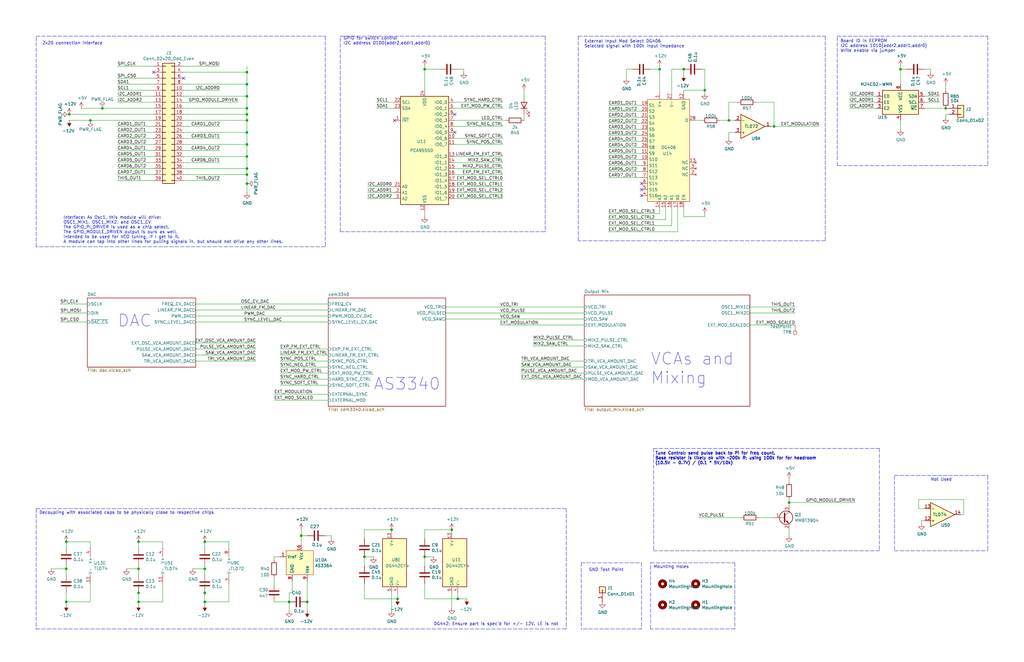
<source format=kicad_sch>
(kicad_sch (version 20230121) (generator eeschema)
  (paper "B")
  (title_block (title "Zoxnoxious 3340 Oscillator") (date "2024-06-20") (rev "0.7") (company "Zoxnoxious Engineering"))
  (junction (at 297.18 38.1))
  (junction (at 104.14 60.96))
  (junction (at 104.14 50.8))
  (junction (at 43.18 45.72))
  (junction (at 29.21 48.26))
  (junction (at 104.14 40.64))
  (junction (at 27.94 228.6))
  (junction (at 165.1 223.52))
  (junction (at 288.29 29.21))
  (junction (at 27.94 254))
  (junction (at 153.67 234.95))
  (junction (at 179.07 234.95))
  (junction (at 127 226.06))
  (junction (at 179.07 29.21))
  (junction (at 104.14 73.66))
  (junction (at 86.36 254))
  (junction (at 379.73 29.21))
  (junction (at 86.36 240.03))
  (junction (at 104.14 66.04))
  (junction (at 58.42 250.19))
  (junction (at 104.14 77.47))
  (junction (at 167.64 252.73))
  (junction (at 58.42 254))
  (junction (at 58.42 240.03))
  (junction (at 104.14 48.26))
  (junction (at 332.74 212.09))
  (junction (at 398.78 45.72))
  (junction (at 193.04 252.73))
  (junction (at 129.54 254))
  (junction (at 38.1 50.8))
  (junction (at 104.14 55.88))
  (junction (at 104.14 45.72))
  (junction (at 27.94 240.03))
  (junction (at 104.14 35.56))
  (junction (at 58.42 228.6))
  (junction (at 86.36 250.19))
  (junction (at 86.36 228.6))
  (junction (at 307.34 50.8))
  (junction (at 190.5 223.52))
  (junction (at 104.14 71.12))
  (junction (at 326.39 53.34))
  (junction (at 104.14 30.48))
  (junction (at 121.92 254))
  (junction (at 278.13 29.21))
  (no_connect (at 191.77 48.26))
  (no_connect (at 166.37 50.8))
  (no_connect (at 77.47 33.02))
  (no_connect (at 270.51 80.01))
  (no_connect (at 191.77 55.88))
  (no_connect (at 64.77 30.48))
  (no_connect (at 270.51 82.55))
  (no_connect (at 270.51 77.47))
  (wire (pts (xy 58.42 228.6) (xy 68.58 228.6)))
  (polyline (pts (xy 274.32 237.49) (xy 309.88 237.49)) (stroke (width 0) (type dash)))
  (wire (pts (xy 191.77 45.72) (xy 212.09 45.72)))
  (polyline (pts (xy 416.56 15.24) (xy 416.56 69.85)) (stroke (width 0) (type dash)))
  (wire (pts (xy 27.94 238.76) (xy 27.94 240.03)))
  (wire (pts (xy 138.43 149.86) (xy 118.11 149.86)))
  (polyline (pts (xy 275.59 232.41) (xy 370.84 232.41)) (stroke (width 0) (type dash)))
  (wire (pts (xy 64.77 68.58) (xy 49.53 68.58)))
  (wire (pts (xy 104.14 60.96) (xy 104.14 66.04)))
  (polyline (pts (xy 416.56 200.66) (xy 416.56 232.41)) (stroke (width 0) (type dash)))
  (wire (pts (xy 288.29 29.21) (xy 288.29 31.75)))
  (wire (pts (xy 38.1 254) (xy 27.94 254)))
  (polyline (pts (xy 353.06 69.85) (xy 353.06 15.24)) (stroke (width 0) (type dash)))
  (wire (pts (xy 389.89 29.21) (xy 392.43 29.21)))
  (wire (pts (xy 77.47 48.26) (xy 104.14 48.26)))
  (wire (pts (xy 64.77 50.8) (xy 38.1 50.8)))
  (wire (pts (xy 153.67 234.95) (xy 157.48 234.95)))
  (wire (pts (xy 264.16 29.21) (xy 266.7 29.21)))
  (wire (pts (xy 191.77 43.18) (xy 212.09 43.18)))
  (wire (pts (xy 92.71 58.42) (xy 77.47 58.42)))
  (wire (pts (xy 389.89 219.71) (xy 388.62 219.71)))
  (wire (pts (xy 115.57 243.84) (xy 115.57 246.38)))
  (wire (pts (xy 320.04 218.44) (xy 325.12 218.44)))
  (wire (pts (xy 379.73 50.8) (xy 379.73 54.61)))
  (polyline (pts (xy 377.19 200.66) (xy 377.19 232.41)) (stroke (width 0) (type dash)))
  (wire (pts (xy 49.53 60.96) (xy 64.77 60.96)))
  (wire (pts (xy 179.07 29.21) (xy 179.07 38.1)))
  (wire (pts (xy 49.53 76.2) (xy 64.77 76.2)))
  (wire (pts (xy 68.58 231.14) (xy 68.58 228.6)))
  (wire (pts (xy 392.43 30.48) (xy 392.43 29.21)))
  (wire (pts (xy 49.53 58.42) (xy 64.77 58.42)))
  (polyline (pts (xy 143.51 15.24) (xy 229.87 15.24)) (stroke (width 0) (type dash)))
  (wire (pts (xy 187.96 132.08) (xy 246.38 132.08)))
  (wire (pts (xy 220.98 48.26) (xy 220.98 50.8)))
  (wire (pts (xy 389.89 43.18) (xy 396.24 43.18)))
  (wire (pts (xy 153.67 223.52) (xy 165.1 223.52)))
  (wire (pts (xy 190.5 250.19) (xy 190.5 256.54)))
  (wire (pts (xy 77.47 40.64) (xy 104.14 40.64)))
  (polyline (pts (xy 377.19 200.66) (xy 416.56 200.66)) (stroke (width 0) (type dash)))
  (wire (pts (xy 82.55 128.27) (xy 138.43 128.27)))
  (wire (pts (xy 179.07 246.38) (xy 179.07 252.73)))
  (wire (pts (xy 256.54 62.23) (xy 270.51 62.23)))
  (wire (pts (xy 138.43 154.94) (xy 118.11 154.94)))
  (wire (pts (xy 191.77 71.12) (xy 212.09 71.12)))
  (wire (pts (xy 92.71 76.2) (xy 77.47 76.2)))
  (wire (pts (xy 256.54 95.25) (xy 283.21 95.25)))
  (wire (pts (xy 38.1 50.8) (xy 29.21 50.8)))
  (wire (pts (xy 288.29 91.44) (xy 297.18 91.44)))
  (wire (pts (xy 138.43 152.4) (xy 118.11 152.4)))
  (polyline (pts (xy 270.51 237.49) (xy 270.51 265.43)) (stroke (width 0) (type dash)))
  (wire (pts (xy 96.52 231.14) (xy 96.52 228.6)))
  (wire (pts (xy 58.42 254) (xy 58.42 250.19)))
  (wire (pts (xy 191.77 50.8) (xy 213.36 50.8)))
  (wire (pts (xy 139.7 226.06) (xy 139.7 227.33)))
  (wire (pts (xy 220.98 38.1) (xy 220.98 40.64)))
  (wire (pts (xy 127 226.06) (xy 129.54 226.06)))
  (polyline (pts (xy 15.24 104.14) (xy 15.24 15.24)) (stroke (width 0) (type dash)))
  (polyline (pts (xy 309.88 237.49) (xy 309.88 265.43)) (stroke (width 0) (type dash)))
  (polyline (pts (xy 245.11 237.49) (xy 270.51 237.49)) (stroke (width 0) (type dash)))
  (wire (pts (xy 283.21 29.21) (xy 288.29 29.21)))
  (wire (pts (xy 104.14 55.88) (xy 104.14 60.96)))
  (wire (pts (xy 58.42 240.03) (xy 53.34 240.03)))
  (wire (pts (xy 92.71 53.34) (xy 77.47 53.34)))
  (polyline (pts (xy 238.76 214.63) (xy 238.76 265.43)) (stroke (width 0) (type dash)))
  (wire (pts (xy 166.37 43.18) (xy 158.75 43.18)))
  (wire (pts (xy 179.07 234.95) (xy 182.88 234.95)))
  (wire (pts (xy 369.57 40.64) (xy 358.14 40.64)))
  (wire (pts (xy 246.38 160.02) (xy 219.71 160.02)))
  (wire (pts (xy 325.12 53.34) (xy 326.39 53.34)))
  (wire (pts (xy 191.77 68.58) (xy 212.09 68.58)))
  (wire (pts (xy 398.78 35.56) (xy 398.78 38.1)))
  (wire (pts (xy 58.42 238.76) (xy 58.42 240.03)))
  (polyline (pts (xy 274.32 265.43) (xy 274.32 237.49)) (stroke (width 0) (type dash)))
  (wire (pts (xy 224.79 146.05) (xy 246.38 146.05)))
  (wire (pts (xy 382.27 29.21) (xy 379.73 29.21)))
  (wire (pts (xy 86.36 240.03) (xy 81.28 240.03)))
  (wire (pts (xy 77.47 55.88) (xy 104.14 55.88)))
  (wire (pts (xy 104.14 40.64) (xy 104.14 45.72)))
  (wire (pts (xy 179.07 234.95) (xy 179.07 238.76)))
  (wire (pts (xy 379.73 27.94) (xy 379.73 29.21)))
  (wire (pts (xy 332.74 210.82) (xy 332.74 212.09)))
  (wire (pts (xy 293.37 50.8) (xy 295.91 50.8)))
  (wire (pts (xy 166.37 78.74) (xy 154.94 78.74)))
  (wire (pts (xy 49.53 33.02) (xy 64.77 33.02)))
  (wire (pts (xy 86.36 240.03) (xy 86.36 242.57)))
  (wire (pts (xy 191.77 78.74) (xy 212.09 78.74)))
  (polyline (pts (xy 275.59 189.23) (xy 275.59 232.41)) (stroke (width 0) (type dash)))
  (wire (pts (xy 326.39 53.34) (xy 345.44 53.34)))
  (wire (pts (xy 307.34 55.88) (xy 307.34 58.42)))
  (wire (pts (xy 379.73 35.56) (xy 379.73 29.21)))
  (polyline (pts (xy 15.24 214.63) (xy 238.76 214.63)) (stroke (width 0) (type dash)))
  (wire (pts (xy 256.54 92.71) (xy 280.67 92.71)))
  (wire (pts (xy 82.55 152.4) (xy 107.95 152.4)))
  (wire (pts (xy 36.83 132.08) (xy 25.4 132.08)))
  (wire (pts (xy 283.21 29.21) (xy 283.21 39.37)))
  (wire (pts (xy 77.47 50.8) (xy 104.14 50.8)))
  (polyline (pts (xy 137.16 15.24) (xy 137.16 104.14)) (stroke (width 0) (type dash)))
  (wire (pts (xy 153.67 227.33) (xy 153.67 223.52)))
  (wire (pts (xy 82.55 133.35) (xy 138.43 133.35)))
  (wire (pts (xy 77.47 45.72) (xy 104.14 45.72)))
  (wire (pts (xy 311.15 43.18) (xy 307.34 43.18)))
  (wire (pts (xy 256.54 90.17) (xy 278.13 90.17)))
  (wire (pts (xy 115.57 168.91) (xy 138.43 168.91)))
  (wire (pts (xy 264.16 29.21) (xy 264.16 33.02)))
  (wire (pts (xy 104.14 73.66) (xy 104.14 77.47)))
  (wire (pts (xy 256.54 57.15) (xy 270.51 57.15)))
  (wire (pts (xy 285.75 97.79) (xy 285.75 87.63)))
  (wire (pts (xy 278.13 90.17) (xy 278.13 87.63)))
  (wire (pts (xy 179.07 27.94) (xy 179.07 29.21)))
  (wire (pts (xy 256.54 64.77) (xy 270.51 64.77)))
  (wire (pts (xy 398.78 45.72) (xy 400.05 45.72)))
  (wire (pts (xy 307.34 43.18) (xy 307.34 50.8)))
  (polyline (pts (xy 347.98 15.24) (xy 347.98 101.6)) (stroke (width 0) (type dash)))
  (wire (pts (xy 64.77 35.56) (xy 49.53 35.56)))
  (wire (pts (xy 187.96 134.62) (xy 246.38 134.62)))
  (wire (pts (xy 96.52 246.38) (xy 96.52 254)))
  (wire (pts (xy 96.52 254) (xy 86.36 254)))
  (wire (pts (xy 77.47 60.96) (xy 104.14 60.96)))
  (wire (pts (xy 389.89 214.63) (xy 387.35 214.63)))
  (wire (pts (xy 64.77 45.72) (xy 43.18 45.72)))
  (wire (pts (xy 77.47 27.94) (xy 92.71 27.94)))
  (wire (pts (xy 288.29 38.1) (xy 297.18 38.1)))
  (wire (pts (xy 193.04 29.21) (xy 195.58 29.21)))
  (polyline (pts (xy 143.51 97.79) (xy 229.87 97.79)) (stroke (width 0) (type dash)))
  (wire (pts (xy 127 226.06) (xy 127 229.87)))
  (wire (pts (xy 58.42 240.03) (xy 58.42 242.57)))
  (wire (pts (xy 191.77 60.96) (xy 212.09 60.96)))
  (polyline (pts (xy 353.06 15.24) (xy 405.13 15.24)) (stroke (width 0) (type dash)))
  (wire (pts (xy 77.47 43.18) (xy 100.33 43.18)))
  (wire (pts (xy 121.92 250.19) (xy 123.19 250.19)))
  (polyline (pts (xy 347.98 101.6) (xy 243.84 101.6)) (stroke (width 0) (type dash)))
  (wire (pts (xy 307.34 50.8) (xy 309.88 50.8)))
  (wire (pts (xy 27.94 228.6) (xy 38.1 228.6)))
  (polyline (pts (xy 143.51 97.79) (xy 143.51 15.24)) (stroke (width 0) (type dash)))
  (wire (pts (xy 369.57 43.18) (xy 358.14 43.18)))
  (wire (pts (xy 283.21 95.25) (xy 283.21 87.63)))
  (wire (pts (xy 104.14 35.56) (xy 104.14 40.64)))
  (wire (pts (xy 64.77 73.66) (xy 49.53 73.66)))
  (wire (pts (xy 179.07 88.9) (xy 179.07 91.44)))
  (wire (pts (xy 191.77 58.42) (xy 212.09 58.42)))
  (wire (pts (xy 115.57 254) (xy 121.92 254)))
  (wire (pts (xy 297.18 39.37) (xy 297.18 38.1)))
  (wire (pts (xy 256.54 67.31) (xy 270.51 67.31)))
  (wire (pts (xy 246.38 152.4) (xy 219.71 152.4)))
  (wire (pts (xy 256.54 49.53) (xy 270.51 49.53)))
  (polyline (pts (xy 137.16 104.14) (xy 15.24 104.14)) (stroke (width 0) (type dash)))
  (wire (pts (xy 179.07 227.33) (xy 179.07 223.52)))
  (wire (pts (xy 193.04 252.73) (xy 193.04 250.19)))
  (wire (pts (xy 77.47 66.04) (xy 104.14 66.04)))
  (wire (pts (xy 36.83 128.27) (xy 25.4 128.27)))
  (wire (pts (xy 195.58 30.48) (xy 195.58 29.21)))
  (wire (pts (xy 191.77 76.2) (xy 212.09 76.2)))
  (wire (pts (xy 280.67 92.71) (xy 280.67 87.63)))
  (wire (pts (xy 77.47 71.12) (xy 104.14 71.12)))
  (wire (pts (xy 256.54 69.85) (xy 270.51 69.85)))
  (polyline (pts (xy 377.19 232.41) (xy 416.56 232.41)) (stroke (width 0) (type dash)))
  (wire (pts (xy 38.1 246.38) (xy 38.1 254)))
  (wire (pts (xy 316.23 132.08) (xy 335.28 132.08)))
  (wire (pts (xy 256.54 97.79) (xy 285.75 97.79)))
  (polyline (pts (xy 245.11 237.49) (xy 245.11 265.43)) (stroke (width 0) (type dash)))
  (wire (pts (xy 77.47 30.48) (xy 104.14 30.48)))
  (wire (pts (xy 387.35 210.82) (xy 406.4 210.82)))
  (wire (pts (xy 191.77 53.34) (xy 212.09 53.34)))
  (wire (pts (xy 297.18 38.1) (xy 297.18 29.21)))
  (wire (pts (xy 38.1 231.14) (xy 38.1 228.6)))
  (wire (pts (xy 389.89 45.72) (xy 398.78 45.72)))
  (polyline (pts (xy 405.13 69.85) (xy 353.06 69.85)) (stroke (width 0) (type dash)))
  (wire (pts (xy 127 223.52) (xy 127 226.06)))
  (polyline (pts (xy 270.51 265.43) (xy 245.11 265.43)) (stroke (width 0) (type dash)))
  (wire (pts (xy 27.94 228.6) (xy 27.94 231.14)))
  (wire (pts (xy 104.14 71.12) (xy 104.14 73.66)))
  (wire (pts (xy 288.29 39.37) (xy 288.29 38.1)))
  (wire (pts (xy 297.18 29.21) (xy 295.91 29.21)))
  (polyline (pts (xy 243.84 15.24) (xy 243.84 101.6)) (stroke (width 0) (type dash)))
  (wire (pts (xy 64.77 71.12) (xy 49.53 71.12)))
  (wire (pts (xy 104.14 77.47) (xy 104.14 81.28)))
  (wire (pts (xy 49.53 40.64) (xy 64.77 40.64)))
  (wire (pts (xy 121.92 254) (xy 121.92 250.19)))
  (wire (pts (xy 256.54 74.93) (xy 270.51 74.93)))
  (polyline (pts (xy 15.24 15.24) (xy 137.16 15.24)) (stroke (width 0) (type dash)))
  (wire (pts (xy 115.57 236.22) (xy 115.57 234.95)))
  (wire (pts (xy 191.77 73.66) (xy 212.09 73.66)))
  (wire (pts (xy 332.74 212.09) (xy 360.68 212.09)))
  (wire (pts (xy 92.71 38.1) (xy 77.47 38.1)))
  (wire (pts (xy 224.79 143.51) (xy 246.38 143.51)))
  (wire (pts (xy 256.54 72.39) (xy 270.51 72.39)))
  (wire (pts (xy 318.77 43.18) (xy 326.39 43.18)))
  (wire (pts (xy 82.55 135.89) (xy 138.43 135.89)))
  (wire (pts (xy 86.36 254) (xy 86.36 250.19)))
  (wire (pts (xy 185.42 29.21) (xy 179.07 29.21)))
  (wire (pts (xy 256.54 59.69) (xy 270.51 59.69)))
  (wire (pts (xy 104.14 66.04) (xy 104.14 71.12)))
  (wire (pts (xy 49.53 27.94) (xy 64.77 27.94)))
  (wire (pts (xy 167.64 252.73) (xy 167.64 250.19)))
  (wire (pts (xy 388.62 219.71) (xy 388.62 220.98)))
  (wire (pts (xy 398.78 48.26) (xy 400.05 48.26)))
  (wire (pts (xy 256.54 46.99) (xy 270.51 46.99)))
  (wire (pts (xy 64.77 66.04) (xy 49.53 66.04)))
  (polyline (pts (xy 309.88 265.43) (xy 274.32 265.43)) (stroke (width 0) (type dash)))
  (wire (pts (xy 256.54 54.61) (xy 270.51 54.61)))
  (polyline (pts (xy 229.87 15.24) (xy 229.87 97.79)) (stroke (width 0) (type dash)))
  (wire (pts (xy 64.77 43.18) (xy 49.53 43.18)))
  (polyline (pts (xy 243.84 15.24) (xy 347.98 15.24)) (stroke (width 0) (type dash)))
  (wire (pts (xy 153.67 252.73) (xy 167.64 252.73)))
  (wire (pts (xy 278.13 29.21) (xy 278.13 39.37)))
  (wire (pts (xy 27.94 254) (xy 27.94 250.19)))
  (wire (pts (xy 187.96 129.54) (xy 246.38 129.54)))
  (polyline (pts (xy 275.59 189.23) (xy 370.84 189.23)) (stroke (width 0) (type dash)))
  (wire (pts (xy 138.43 147.32) (xy 118.11 147.32)))
  (wire (pts (xy 332.74 212.09) (xy 332.74 213.36)))
  (wire (pts (xy 288.29 87.63) (xy 288.29 91.44)))
  (wire (pts (xy 332.74 223.52) (xy 332.74 226.06)))
  (wire (pts (xy 115.57 234.95) (xy 118.11 234.95)))
  (polyline (pts (xy 406.4 15.24) (xy 416.56 15.24)) (stroke (width 0) (type dash)))
  (wire (pts (xy 68.58 246.38) (xy 68.58 254)))
  (wire (pts (xy 43.18 45.72) (xy 34.29 45.72)))
  (wire (pts (xy 104.14 48.26) (xy 104.14 50.8)))
  (wire (pts (xy 104.14 27.94) (xy 104.14 30.48)))
  (wire (pts (xy 191.77 81.28) (xy 212.09 81.28)))
  (wire (pts (xy 405.13 217.17) (xy 406.4 217.17)))
  (wire (pts (xy 118.11 160.02) (xy 138.43 160.02)))
  (wire (pts (xy 27.94 255.27) (xy 27.94 254)))
  (wire (pts (xy 86.36 228.6) (xy 96.52 228.6)))
  (wire (pts (xy 406.4 210.82) (xy 406.4 217.17)))
  (wire (pts (xy 153.67 246.38) (xy 153.67 252.73)))
  (wire (pts (xy 316.23 129.54) (xy 335.28 129.54)))
  (wire (pts (xy 64.77 53.34) (xy 49.53 53.34)))
  (wire (pts (xy 77.47 35.56) (xy 104.14 35.56)))
  (wire (pts (xy 309.88 55.88) (xy 307.34 55.88)))
  (polyline (pts (xy 15.24 265.43) (xy 238.76 265.43)) (stroke (width 0) (type dash)))
  (wire (pts (xy 396.24 40.64) (xy 389.89 40.64)))
  (wire (pts (xy 118.11 157.48) (xy 138.43 157.48)))
  (wire (pts (xy 64.77 48.26) (xy 29.21 48.26)))
  (wire (pts (xy 129.54 245.11) (xy 129.54 254)))
  (wire (pts (xy 294.64 218.44) (xy 312.42 218.44)))
  (polyline (pts (xy 416.56 69.85) (xy 405.13 69.85)) (stroke (width 0) (type dash)))
  (wire (pts (xy 332.74 201.93) (xy 332.74 203.2)))
  (wire (pts (xy 104.14 30.48) (xy 104.14 35.56)))
  (wire (pts (xy 121.92 254) (xy 121.92 257.81)))
  (wire (pts (xy 158.75 45.72) (xy 166.37 45.72)))
  (wire (pts (xy 82.55 144.78) (xy 107.95 144.78)))
  (wire (pts (xy 92.71 63.5) (xy 77.47 63.5)))
  (wire (pts (xy 82.55 130.81) (xy 138.43 130.81)))
  (wire (pts (xy 86.36 255.27) (xy 86.36 254)))
  (wire (pts (xy 58.42 255.27) (xy 58.42 254)))
  (wire (pts (xy 129.54 254) (xy 129.54 257.81)))
  (wire (pts (xy 77.47 68.58) (xy 92.71 68.58)))
  (wire (pts (xy 166.37 81.28) (xy 154.94 81.28)))
  (polyline (pts (xy 15.24 214.63) (xy 15.24 265.43)) (stroke (width 0) (type dash)))
  (wire (pts (xy 297.18 90.17) (xy 297.18 91.44)))
  (wire (pts (xy 27.94 240.03) (xy 27.94 242.57)))
  (wire (pts (xy 191.77 66.04) (xy 212.09 66.04)))
  (wire (pts (xy 210.82 137.16) (xy 246.38 137.16)))
  (wire (pts (xy 190.5 223.52) (xy 190.5 224.79)))
  (wire (pts (xy 387.35 214.63) (xy 387.35 210.82)))
  (polyline (pts (xy 370.84 189.23) (xy 370.84 232.41)) (stroke (width 0) (type dash)))
  (wire (pts (xy 58.42 246.38) (xy 58.42 250.19)))
  (wire (pts (xy 179.07 252.73) (xy 193.04 252.73)))
  (wire (pts (xy 77.47 73.66) (xy 104.14 73.66)))
  (wire (pts (xy 278.13 29.21) (xy 278.13 27.94)))
  (wire (pts (xy 165.1 223.52) (xy 165.1 224.79)))
  (wire (pts (xy 165.1 250.19) (xy 165.1 257.81)))
  (wire (pts (xy 398.78 49.53) (xy 398.78 48.26)))
  (wire (pts (xy 86.36 246.38) (xy 86.36 250.19)))
  (wire (pts (xy 256.54 44.45) (xy 270.51 44.45)))
  (wire (pts (xy 246.38 157.48) (xy 219.71 157.48)))
  (wire (pts (xy 25.4 135.89) (xy 36.83 135.89)))
  (wire (pts (xy 49.53 55.88) (xy 64.77 55.88)))
  (wire (pts (xy 326.39 43.18) (xy 326.39 53.34)))
  (wire (pts (xy 179.07 223.52) (xy 190.5 223.52)))
  (wire (pts (xy 274.32 29.21) (xy 278.13 29.21)))
  (wire (pts (xy 104.14 45.72) (xy 104.14 48.26)))
  (wire (pts (xy 115.57 166.37) (xy 138.43 166.37)))
  (wire (pts (xy 86.36 238.76) (xy 86.36 240.03)))
  (wire (pts (xy 68.58 254) (xy 58.42 254)))
  (wire (pts (xy 104.14 50.8) (xy 104.14 55.88)))
  (wire (pts (xy 137.16 226.06) (xy 139.7 226.06)))
  (wire (pts (xy 303.53 50.8) (xy 307.34 50.8)))
  (wire (pts (xy 256.54 52.07) (xy 270.51 52.07)))
  (wire (pts (xy 196.85 252.73) (xy 193.04 252.73)))
  (wire (pts (xy 49.53 38.1) (xy 64.77 38.1)))
  (wire (pts (xy 21.59 240.03) (xy 27.94 240.03)))
  (wire (pts (xy 191.77 83.82) (xy 212.09 83.82)))
  (wire (pts (xy 82.55 147.32) (xy 107.95 147.32)))
  (wire (pts (xy 166.37 83.82) (xy 154.94 83.82)))
  (wire (pts (xy 246.38 154.94) (xy 219.71 154.94)))
  (wire (pts (xy 58.42 231.14) (xy 58.42 228.6)))
  (wire (pts (xy 118.11 162.56) (xy 138.43 162.56)))
  (wire (pts (xy 86.36 231.14) (xy 86.36 228.6)))
  (wire (pts (xy 123.19 250.19) (xy 123.19 245.11)))
  (wire (pts (xy 369.57 45.72) (xy 358.14 45.72)))
  (wire (pts (xy 316.23 137.16) (xy 335.28 137.16)))
  (wire (pts (xy 153.67 234.95) (xy 153.67 238.76)))
  (wire (pts (xy 49.53 63.5) (xy 64.77 63.5)))
  (wire (pts (xy 82.55 149.86) (xy 107.95 149.86)))
  (wire (pts (xy 124.46 254) (xy 121.92 254)))
  (text "Tune Control: send pulse back to Pi for freq count.\nBase resistor is likely ok with ~200k R; using 100k for for headroom\n(10.5V - 0.7V) / (0.1 * 5V/10k)" (at 276.225 196.215 0) (effects (font (size 1.27 1.27) (thickness 0.254) bold) (justify left bottom)))
  (text "External Input Mod Select DG406\nSelected signal with 100k input impedance" (at 246.38 20.32 0) (effects (font (size 1.27 1.27)) (justify left bottom)))
  (text "Decoupling with associated caps to be physically close to respective chips" (at 16.51 217.17 0) (effects (font (size 1.27 1.27)) (justify left bottom)))
  (text "DG442: Ensure part is spec’d for +/- 12V. LE is not" (at 182.88 264.16 0) (effects (font (size 1.27 1.27)) (justify left bottom)))
  (text "2x20 connection interface" (at 17.78 19.05 0) (effects (font (size 1.27 1.27)) (justify left bottom)))
  (text "AS3340" (at 157.48 165.1 0) (effects (font (size 5.0038 5.0038)) (justify left bottom)))
  (text "VCAs and\nMixing" (at 274.32 162.56 0) (effects (font (size 5.0038 5.0038)) (justify left bottom)))
  (text "GPIO for switch control\nI2C address 0100{addr2,addr1,addr0}" (at 144.78 19.05 0) (effects (font (size 1.27 1.27)) (justify left bottom)))
  (text "Not Used" (at 392.43 203.2 0) (effects (font (size 1.27 1.27)) (justify left bottom)))
  (text "Mounting Holes" (at 275.59 240.03 0) (effects (font (size 1.27 1.27)) (justify left bottom)))
  (text "GND Test Point" (at 248.285 241.3 0) (effects (font (size 1.27 1.27)) (justify left bottom)))
  (text "Board ID in EEPROM\nI2C address 1010{addr2,addr1,addr0}\nWrite enable via jumper" (at 354.33 22.225 0) (effects (font (size 1.27 1.27)) (justify left bottom)))
  (text "Interface: As Osc1, this module will drive:\nOSC1_MIX1, OSC1_MIX2, and OSC1_CV\nThe GPIO_PI_DRIVER is used as a chip select.\nThe GPIO_MODULE_DRIVEN output is ours as well,\nintended to be used for VCO tuning, if I get to it.\nA module can tap into other lines for pulling signals in, but should not drive any other lines." (at 26.67 102.87 0) (effects (font (size 1.27 1.27)) (justify left bottom)))
  (text "DAC" (at 49.53 138.43 0) (effects (font (size 5.0038 5.0038)) (justify left bottom)))
  (label "EXT_MOD_SEL_CTRL1" (at 256.54 95.25 0))
  (label "SPI_MOSI" (at 25.4 132.08 0))
  (label "TRI_VCA_AMOUNT_DAC" (at 107.95 152.4 180))
  (label "CARD3_OUT1" (at 92.71 58.42 180))
  (label "LINEAR_FM_DAC" (at 101.6 130.81 0))
  (label "SPI_CS0" (at 25.4 135.89 0))
  (label "CARD4_OUT2" (at 256.54 62.23 0))
  (label "GPIO_MODULE_DRIVEN" (at 360.68 212.09 180))
  (label "EXT_MOD_PW_CTRL" (at 118.11 157.48 0))
  (label "TRI_VCA_AMOUNT_DAC" (at 219.71 152.4 0))
  (label "SCL1" (at 49.53 38.1 0))
  (label "VCO_PULSE" (at 210.82 132.08 0))
  (label "CARD5_OUT1" (at 256.54 64.77 0))
  (label "CARD1_OUT2" (at 92.71 53.34 180))
  (label "EXT_MOD_SEL_CTRL1" (at 212.09 78.74 180))
  (label "SAW_VCA_AMOUNT_DAC" (at 219.71 154.94 0))
  (label "PWM_DAC" (at 102.87 133.35 0))
  (label "SYNC_NEG_CTRL" (at 118.11 154.94 0))
  (label "CARD2_OUT1" (at 256.54 49.53 0))
  (label "EXT_MOD_SEL_CTRL0" (at 212.09 76.2 180))
  (label "CARD5_OUT2" (at 49.53 68.58 0))
  (label "LED_CTRL" (at 212.09 50.8 180))
  (label "EXT_MODULATION" (at 115.57 166.37 0))
  (label "EXT_OSC_VCA_AMOUNT_DAC" (at 107.95 144.78 180))
  (label "CARD2_OUT1" (at 49.53 55.88 0))
  (label "EXT_MODULATION" (at 345.44 53.34 180))
  (label "MIX2_PULSE_CTRL" (at 224.79 143.51 0))
  (label "CARD7_OUT1" (at 256.54 74.93 0))
  (label "EXT_MOD_SEL_CTRL3" (at 256.54 90.17 0))
  (label "MIX2_SAW_CTRL" (at 212.09 68.58 180))
  (label "I2C_ADDR0" (at 358.14 40.64 0))
  (label "CARD2_OUT2" (at 49.53 58.42 0))
  (label "VCO_PULSE" (at 294.64 218.44 0))
  (label "EXT_MOD_SCALED" (at 335.28 137.16 180))
  (label "CARD6_OUT1" (at 92.71 68.58 180))
  (label "GPIO_MODULE_DRIVEN" (at 100.33 43.18 180))
  (label "I2C_ADDR0" (at 154.94 78.74 0))
  (label "SAW_VCA_AMOUNT_DAC" (at 107.95 149.86 180))
  (label "I2C_ADDR1" (at 358.14 43.18 0))
  (label "CARD3_OUT2" (at 256.54 57.15 0))
  (label "I2C_ADDR0" (at 92.71 38.1 180))
  (label "CARD7_OUT1" (at 49.53 73.66 0))
  (label "SYNC_NEG_CTRL" (at 212.09 53.34 180))
  (label "SDA1" (at 49.53 35.56 0))
  (label "I2C_ADDR2" (at 358.14 45.72 0))
  (label "EXT_MOD_SEL_CTRL2" (at 212.09 81.28 180))
  (label "CARD6_OUT1" (at 256.54 69.85 0))
  (label "CARD5_OUT2" (at 256.54 67.31 0))
  (label "CARD4_OUT2" (at 92.71 63.5 180))
  (label "CARD4_OUT1" (at 49.53 63.5 0))
  (label "MIX2_PULSE_CTRL" (at 212.09 71.12 180))
  (label "VCO_SAW" (at 210.82 134.62 0))
  (label "CARD4_OUT1" (at 256.54 59.69 0))
  (label "EXP_FM_EXT_CTRL" (at 118.11 147.32 0))
  (label "CARD6_OUT2" (at 256.54 72.39 0))
  (label "SYNC_SOFT_CTRL" (at 212.09 58.42 180))
  (label "OSC_CV_DAC" (at 101.6 128.27 0))
  (label "SCL1" (at 158.75 43.18 0))
  (label "EXT_MOD_SEL_CTRL3" (at 212.09 83.82 180))
  (label "EXT_MOD_SEL_CTRL0" (at 256.54 97.79 0))
  (label "SPI_CLK" (at 25.4 128.27 0))
  (label "SDA1" (at 158.75 45.72 0))
  (label "SPI_CS0" (at 49.53 33.02 0))
  (label "THIS_OUT1" (at 49.53 76.2 0))
  (label "SDA1" (at 396.24 40.64 180))
  (label "CARD1_OUT1" (at 256.54 44.45 0))
  (label "LINEAR_FM_EXT_CTRL" (at 212.09 66.04 180))
  (label "LINEAR_FM_EXT_CTRL" (at 118.11 149.86 0))
  (label "SYNC_HARD_CTRL" (at 118.11 160.02 0))
  (label "EXT_OSC_VCA_AMOUNT_DAC" (at 219.71 160.02 0))
  (label "SCL1" (at 396.24 43.18 180))
  (label "SPI_CLK" (at 49.53 27.94 0))
  (label "PULSE_VCA_AMOUNT_DAC" (at 107.95 147.32 180))
  (label "SPI_MOSI" (at 92.71 27.94 180))
  (label "SYNC_HARD_CTRL" (at 212.09 43.18 180))
  (label "EXT_MODULATION" (at 210.82 137.16 0))
  (label "THIS_OUT2" (at 92.71 76.2 180))
  (label "CARD3_OUT1" (at 256.54 54.61 0))
  (label "SYNC_POS_CTRL" (at 212.09 60.96 180))
  (label "EXT_MOD_SCALED" (at 115.57 168.91 0))
  (label "EXT_MOD_SEL_CTRL2" (at 256.54 92.71 0))
  (label "THIS_OUT1" (at 335.28 129.54 180))
  (label "EXP_FM_EXT_CTRL" (at 212.09 73.66 180))
  (label "VCO_TRI" (at 210.82 129.54 0))
  (label "CARD2_OUT2" (at 256.54 52.07 0))
  (label "SYNC_POS_CTRL" (at 118.11 152.4 0))
  (label "PULSE_VCA_AMOUNT_DAC" (at 219.71 157.48 0))
  (label "I2C_ADDR2" (at 154.94 83.82 0))
  (label "SYNC_LEVEL_DAC" (at 102.87 135.89 0))
  (label "CARD6_OUT2" (at 49.53 71.12 0))
  (label "EXT_MOD_PW_CTRL" (at 212.09 45.72 180))
  (label "I2C_ADDR1" (at 49.53 40.64 0))
  (label "I2C_ADDR1" (at 154.94 81.28 0))
  (label "CARD1_OUT2" (at 256.54 46.99 0))
  (label "CARD1_OUT1" (at 49.53 53.34 0))
  (label "THIS_OUT2" (at 335.28 132.08 180))
  (label "CARD3_OUT2" (at 49.53 60.96 0))
  (label "MIX2_SAW_CTRL" (at 224.79 146.05 0))
  (label "CARD5_OUT1" (at 49.53 66.04 0))
  (label "SYNC_SOFT_CTRL" (at 118.11 162.56 0))
  (label "I2C_ADDR2" (at 49.53 43.18 0))
  (symbol (lib_id "power:GND") (at 179.07 91.44 0) (unit 1)
    (property "Reference" "#PWR027" (effects hide))
    (property "Value" "GND" (at 179.197 95.8342 0))
  )
  (symbol (lib_id "Device:C") (at 189.23 29.21 270) (unit 1)
    (property "Reference" "C48" (at 190.3984 32.131 0) (effects (justify left)))
    (property "Value" "0.1u" (at 188.087 32.131 0) (effects (justify left)))
    (property "Footprint" "Capacitor_SMD:C_0603_1608Metric" (effects hide))
    (property "LCSC Part" "C14663" (effects hide))
  )
  (symbol (lib_id "power:GND") (at 195.58 30.48 0) (unit 1)
    (property "Reference" "#PWR028" (effects hide))
    (property "Value" "GND" (at 195.707 34.8742 0))
  )
  (symbol (lib_id "Interface_Expansion:PCA9555D") (at 179.07 63.5 0) (unit 1)
    (property "Reference" "U11" (at 177.8 59.69 0))
    (property "Value" "PCA9555D" (at 177.8 63.5 0))
    (property "Footprint" "Package_SO:TSSOP-24_4.4x7.8mm_P0.65mm" (effects hide))
    (property "Datasheet" "https://www.nxp.com/docs/en/data-sheet/PCA9555.pdf" (effects hide))
    (property "LCSC Part" "C83265" (effects hide))
  )
  (symbol (lib_id "power:+5V") (at 332.74 201.93 0) (unit 1)
    (property "Reference" "#PWR037" (effects hide))
    (property "Value" "+5V" (at 333.121 197.5358 0))
  )
  (symbol (lib_id "Connector_Generic:Conn_02x20_Odd_Even") (at 69.85 50.8 0) (unit 1)
    (property "Reference" "J3" (at 71.12 22.4282 0))
    (property "Value" "Conn_02x20_Odd_Even" (at 71.12 24.7396 0))
    (property "Footprint" "Connector_PinHeader_2.54mm:PinHeader_2x20_P2.54mm_Horizontal" (effects hide))
  )
  (symbol (lib_id "power:GND") (at 104.14 81.28 0) (unit 1)
    (property "Reference" "#PWR0118" (effects hide))
    (property "Value" "GND" (at 104.267 85.6742 0))
  )
  (symbol (lib_id "power:+5V") (at 34.29 45.72 0) (unit 1)
    (property "Reference" "#PWR0120" (effects hide))
    (property "Value" "+5V" (at 34.671 41.3258 0))
  )
  (symbol (lib_id "power:+12V") (at 29.21 48.26 0) (unit 1)
    (property "Reference" "#PWR0117" (effects hide))
    (property "Value" "+12V" (at 29.591 43.8658 0))
  )
  (symbol (lib_id "power:-12V") (at 29.21 50.8 180) (unit 1)
    (property "Reference" "#PWR0119" (effects hide))
    (property "Value" "-12V" (at 28.829 55.1942 0))
  )
  (symbol (lib_id "power:PWR_FLAG") (at 43.18 45.72 0) (unit 1)
    (property "Reference" "#FLG0101" (effects hide))
    (property "Value" "PWR_FLAG" (at 43.18 41.91 0))
  )
  (symbol (lib_id "power:PWR_FLAG") (at 29.21 48.26 90) (unit 1)
    (property "Reference" "#FLG0102" (effects hide))
    (property "Value" "PWR_FLAG" (at 25.4 48.26 0))
  )
  (symbol (lib_id "power:PWR_FLAG") (at 38.1 50.8 180) (unit 1)
    (property "Reference" "#FLG0103" (effects hide))
    (property "Value" "PWR_FLAG" (at 38.1 54.61 0))
  )
  (symbol (lib_id "power:PWR_FLAG") (at 104.14 77.47 270) (unit 1)
    (property "Reference" "#FLG0104" (effects hide))
    (property "Value" "PWR_FLAG" (at 107.95 77.47 0))
  )
  (symbol (lib_id "power:+5V") (at 179.07 27.94 0) (unit 1)
    (property "Reference" "#PWR026" (effects hide))
    (property "Value" "+5V" (at 179.451 23.5458 0))
  )
  (symbol (lib_id "Device:R") (at 217.17 50.8 270) (unit 1)
    (property "Reference" "R45" (at 217.17 56.0578 90))
    (property "Value" "2k" (at 217.17 53.7464 90))
    (property "Footprint" "Resistor_SMD:R_0603_1608Metric" (effects hide))
    (property "LCSC Part" "C22975" (effects hide))
  )
  (symbol (lib_id "Device:LED") (at 220.98 44.45 90) (unit 1)
    (property "Reference" "D4" (at 215.4682 44.6278 0))
    (property "Value" "LED" (at 217.7796 44.6278 0))
    (property "Footprint" "LED_SMD:LED_0603_1608Metric" (effects hide))
    (property "LCSC Part" "C2286" (effects hide))
  )
  (symbol (lib_id "power:+5V") (at 220.98 38.1 0) (unit 1)
    (property "Reference" "#PWR0112" (effects hide))
    (property "Value" "+5V" (at 221.361 33.7058 0))
  )
  (symbol (lib_id "power:GND") (at 379.73 54.61 0) (unit 1)
    (property "Reference" "#PWR0124" (effects hide))
    (property "Value" "GND" (at 379.857 59.0042 0))
  )
  (symbol (lib_id "power:+5V") (at 379.73 27.94 0) (unit 1)
    (property "Reference" "#PWR0126" (effects hide))
    (property "Value" "+5V" (at 380.111 23.5458 0))
  )
  (symbol (lib_id "Device:C") (at 386.08 29.21 270) (unit 1)
    (property "Reference" "C47" (at 387.2484 32.131 0) (effects (justify left)))
    (property "Value" "0.1u" (at 384.937 32.131 0) (effects (justify left)))
    (property "Footprint" "Capacitor_SMD:C_0603_1608Metric" (effects hide))
    (property "LCSC Part" "C14663" (effects hide))
  )
  (symbol (lib_id "power:GND") (at 392.43 30.48 0) (unit 1)
    (property "Reference" "#PWR0125" (effects hide))
    (property "Value" "GND" (at 392.557 34.8742 0))
  )
  (symbol (lib_id "Memory_EEPROM:M24C02-WMN") (at 379.73 43.18 0) (unit 1)
    (property "Reference" "U15" (at 372.11 49.53 0))
    (property "Value" "M24C02-WMN" (at 369.57 35.56 0))
    (property "Footprint" "Package_SO:SOIC-8_3.9x4.9mm_P1.27mm" (effects hide))
    (property "Datasheet" "http://www.st.com/content/ccc/resource/technical/document/datasheet/b0/d8/50/40/5a/85/49/6f/DM00071904.pdf/files/DM00071904.pdf/jcr:content/translations/en.DM00071904.pdf" (effects hide))
    (property "LCSC Part" "C7562" (effects hide))
  )
  (symbol (lib_id "power:GND") (at 398.78 49.53 0) (unit 1)
    (property "Reference" "#PWR08" (effects hide))
    (property "Value" "GND" (at 398.907 53.9242 0))
  )
  (symbol (lib_id "Mechanical:MountingHole") (at 279.4 246.38 0) (unit 1)
    (property "Reference" "H4" (at 281.94 245.2116 0) (effects (justify left)))
    (property "Value" "MountingHole" (at 281.94 247.523 0) (effects (justify left)))
    (property "Footprint" "MountingHole:MountingHole_3.2mm_M3" (effects hide))
  )
  (symbol (lib_id "Mechanical:MountingHole") (at 293.37 246.38 0) (unit 1)
    (property "Reference" "H3" (at 295.91 245.2116 0) (effects (justify left)))
    (property "Value" "MountingHole" (at 295.91 247.523 0) (effects (justify left)))
    (property "Footprint" "MountingHole:MountingHole_3.2mm_M3" (effects hide))
  )
  (symbol (lib_id "Mechanical:MountingHole") (at 293.37 255.27 0) (unit 1)
    (property "Reference" "H1" (at 295.91 254.1016 0) (effects (justify left)))
    (property "Value" "MountingHole" (at 295.91 256.413 0) (effects (justify left)))
    (property "Footprint" "MountingHole:MountingHole_3.2mm_M3" (effects hide))
  )
  (symbol (lib_id "Mechanical:MountingHole") (at 279.4 255.27 0) (unit 1)
    (property "Reference" "H2" (at 281.94 254.1016 0) (effects (justify left)))
    (property "Value" "MountingHole" (at 281.94 256.413 0) (effects (justify left)))
    (property "Footprint" "MountingHole:MountingHole_3.2mm_M3" (effects hide))
  )
  (symbol (lib_id "power:GND") (at 165.1 257.81 0) (unit 1)
    (property "Reference" "#PWR0101" (effects hide))
    (property "Value" "GND" (at 165.227 262.2042 0))
  )
  (symbol (lib_id "power:+12V") (at 165.1 223.52 0) (unit 1)
    (property "Reference" "#PWR0102" (effects hide))
    (property "Value" "+12V" (at 165.481 219.1258 0))
  )
  (symbol (lib_id "power:-12V") (at 167.64 252.73 180) (unit 1)
    (property "Reference" "#PWR0103" (effects hide))
    (property "Value" "-12V" (at 167.259 257.1242 0))
  )
  (symbol (lib_id "Device:C") (at 153.67 231.14 0) (unit 1)
    (property "Reference" "C21" (at 156.591 229.9716 0) (effects (justify left)))
    (property "Value" "0.1u" (at 156.591 232.283 0) (effects (justify left)))
    (property "Footprint" "Capacitor_SMD:C_0603_1608Metric" (effects hide))
    (property "LCSC Part" "C14663" (effects hide))
  )
  (symbol (lib_id "Device:C") (at 153.67 242.57 0) (unit 1)
    (property "Reference" "C45" (at 156.591 241.4016 0) (effects (justify left)))
    (property "Value" "0.1u" (at 156.591 243.713 0) (effects (justify left)))
    (property "Footprint" "Capacitor_SMD:C_0603_1608Metric" (effects hide))
    (property "LCSC Part" "C14663" (effects hide))
  )
  (symbol (lib_id "power:GND") (at 157.48 234.95 0) (unit 1)
    (property "Reference" "#PWR0104" (effects hide))
    (property "Value" "GND" (at 157.607 239.3442 0))
  )
  (symbol (lib_id "Analog_Switch:DG441xJ") (at 165.1 237.49 0) (unit 5)
    (property "Reference" "U8" (at 165.1 236.22 0) (effects (justify left)))
    (property "Value" "DG442CY+" (at 162.56 238.76 0) (effects (justify left)))
    (property "Footprint" "Package_SO:SOIC-16_3.9x9.9mm_P1.27mm" (effects hide))
    (property "Datasheet" "https://datasheets.maximintegrated.com/en/ds/DG441-DG442.pdf" (effects hide))
    (property "Digikey" "DG442CY+-ND" (effects hide))
    (property "LCSC Part" "C2673321" (effects hide))
  )
  (symbol (lib_id "power:GND") (at 190.5 256.54 0) (unit 1)
    (property "Reference" "#PWR0105" (effects hide))
    (property "Value" "GND" (at 190.627 260.9342 0))
  )
  (symbol (lib_id "power:+12V") (at 190.5 223.52 0) (unit 1)
    (property "Reference" "#PWR0106" (effects hide))
    (property "Value" "+12V" (at 190.881 219.1258 0))
  )
  (symbol (lib_id "power:-12V") (at 196.85 252.73 180) (unit 1)
    (property "Reference" "#PWR0107" (effects hide))
    (property "Value" "-12V" (at 196.469 257.1242 0))
  )
  (symbol (lib_id "Device:C") (at 179.07 231.14 0) (unit 1)
    (property "Reference" "C9" (at 181.991 229.9716 0) (effects (justify left)))
    (property "Value" "0.1u" (at 181.991 232.283 0) (effects (justify left)))
    (property "Footprint" "Capacitor_SMD:C_0603_1608Metric" (effects hide))
    (property "LCSC Part" "C14663" (effects hide))
  )
  (symbol (lib_id "Device:C") (at 179.07 242.57 0) (unit 1)
    (property "Reference" "C19" (at 181.991 241.4016 0) (effects (justify left)))
    (property "Value" "0.1u" (at 181.991 243.713 0) (effects (justify left)))
    (property "Footprint" "Capacitor_SMD:C_0603_1608Metric" (effects hide))
    (property "LCSC Part" "C14663" (effects hide))
  )
  (symbol (lib_id "power:GND") (at 182.88 234.95 0) (unit 1)
    (property "Reference" "#PWR0108" (effects hide))
    (property "Value" "GND" (at 183.007 239.3442 0))
  )
  (symbol (lib_id "Analog_Switch:DG441xJ") (at 190.5 237.49 0) (unit 5)
    (property "Reference" "U1" (at 190.5 236.22 0) (effects (justify left)))
    (property "Value" "DG442CY+" (at 187.96 238.76 0) (effects (justify left)))
    (property "Footprint" "Package_SO:SOIC-16_3.9x9.9mm_P1.27mm" (effects hide))
    (property "Datasheet" "https://datasheets.maximintegrated.com/en/ds/DG441-DG442.pdf" (effects hide))
    (property "Digikey" "DG442CY+-ND" (effects hide))
    (property "LCSC Part" "C2673321" (effects hide))
  )
  (symbol (lib_id "power:+5V") (at 297.18 90.17 0) (unit 1)
    (property "Reference" "#PWR07" (effects hide))
    (property "Value" "+5V" (at 297.561 85.7758 0))
  )
  (symbol (lib_id "Device:C") (at 125.73 254 90) (unit 1)
    (property "Reference" "C40" (at 127 250.19 90) (effects (justify left)))
    (property "Value" "0.1u" (at 128.27 257.81 90) (effects (justify left)))
    (property "Footprint" "Capacitor_SMD:C_0603_1608Metric" (effects hide))
    (property "LCSC Part" "C14663" (effects hide))
  )
  (symbol (lib_id "power:GND") (at 53.34 240.03 0) (unit 1)
    (property "Reference" "#PWR044" (effects hide))
    (property "Value" "GND" (at 53.467 244.4242 0))
  )
  (symbol (lib_id "power:-12V") (at 288.29 31.75 180) (unit 1)
    (property "Reference" "#PWR081" (effects hide))
    (property "Value" "-12V" (at 287.909 36.1442 0))
  )
  (symbol (lib_id "as3340:DG406") (at 281.94 66.04 0) (unit 1)
    (property "Reference" "U14" (at 279.4 64.77 0) (effects (justify left)))
    (property "Value" "DG406" (at 281.94 62.23 0))
    (property "Footprint" "Package_SO:SOIC-28W_7.5x17.9mm_P1.27mm" (effects hide))
    (property "LCSC Part" "C426318" (effects hide))
  )
  (symbol (lib_id "power:+12V") (at 86.36 228.6 0) (unit 1)
    (property "Reference" "#PWR032" (effects hide))
    (property "Value" "+12V" (at 86.741 224.2058 0))
  )
  (symbol (lib_id "Device:R") (at 332.74 207.01 180) (unit 1)
    (property "Reference" "R48" (at 328.93 205.74 0))
    (property "Value" "10k" (at 328.93 208.28 0))
    (property "Footprint" "Resistor_SMD:R_0603_1608Metric" (effects hide))
    (property "LCSC Part" "C25804" (effects hide))
  )
  (symbol (lib_id "Amplifier_Operational:TL074") (at 397.51 217.17 0) (mirror x) (unit 4)
    (property "Reference" "U5" (at 398.78 221.615 0))
    (property "Value" "TL074" (at 396.24 217.17 0))
    (property "Footprint" "Package_SO:TSSOP-14_4.4x5mm_P0.65mm" (effects hide))
    (property "Datasheet" "http://www.ti.com/lit/ds/symlink/tl071.pdf" (effects hide))
    (property "LCSC Part" "C96507" (effects hide))
  )
  (symbol (lib_id "power:+12V") (at 278.13 27.94 0) (unit 1)
    (property "Reference" "#PWR080" (effects hide))
    (property "Value" "+12V" (at 278.511 23.5458 0))
  )
  (symbol (lib_id "Device:C") (at 270.51 29.21 270) (unit 1)
    (property "Reference" "C44" (at 271.6784 32.131 0) (effects (justify left)))
    (property "Value" "0.1u" (at 269.367 32.131 0) (effects (justify left)))
    (property "Footprint" "Capacitor_SMD:C_0603_1608Metric" (effects hide))
    (property "LCSC Part" "C14663" (effects hide))
  )
  (symbol (lib_id "Device:R") (at 115.57 240.03 180) (unit 1)
    (property "Reference" "R40" (at 111.76 240.03 0))
    (property "Value" "100" (at 111.76 242.57 0))
    (property "Footprint" "Resistor_SMD:R_0603_1608Metric" (effects hide))
    (property "LCSC Part" "C22775" (effects hide))
  )
  (symbol (lib_id "Amplifier_Operational:TL072") (at 317.5 53.34 0) (mirror x) (unit 1)
    (property "Reference" "U9" (at 318.77 58.42 0))
    (property "Value" "TL072" (at 316.865 53.34 0))
    (property "Footprint" "Package_SO:SSOP-8_3.9x5.05mm_P1.27mm" (effects hide))
    (property "Datasheet" "http://www.ti.com/lit/ds/symlink/tl071.pdf" (effects hide))
    (property "LCSC Part" "C6961" (effects hide))
  )
  (symbol (lib_id "Device:C") (at 58.42 246.38 0) (unit 1)
    (property "Reference" "C13" (at 61.341 245.2116 0) (effects (justify left)))
    (property "Value" "0.1u" (at 61.341 247.523 0) (effects (justify left)))
    (property "Footprint" "Capacitor_SMD:C_0603_1608Metric" (effects hide))
    (property "LCSC Part" "C14663" (effects hide))
  )
  (symbol (lib_id "Amplifier_Operational:TL072") (at 99.06 238.76 0) (unit 3)
    (property "Reference" "U9" (at 97.155 237.5479 0) (effects (justify left)))
    (property "Value" "TL072" (at 97.155 239.9721 0) (effects (justify left)))
    (property "Footprint" "Package_SO:SSOP-8_3.9x5.05mm_P1.27mm" (effects hide))
    (property "Datasheet" "http://www.ti.com/lit/ds/symlink/tl071.pdf" (effects hide))
    (property "LCSC Part" "C6961" (effects hide))
  )
  (symbol (lib_id "Transistor_BJT:MMBT3904") (at 330.2 218.44 0) (unit 1)
    (property "Reference" "Q3" (at 335.0514 217.2279 0) (effects (justify left)))
    (property "Value" "MMBT3904" (at 335.0514 219.6521 0) (effects (justify left)))
    (property "Footprint" "Package_TO_SOT_SMD:SOT-23" (effects hide))
    (property "Datasheet" "https://www.onsemi.com/pdf/datasheet/pzt3904-d.pdf" (effects hide))
    (property "LCSC Part" "C20526" (effects hide))
  )
  (symbol (lib_id "power:GND") (at 21.59 240.03 0) (unit 1)
    (property "Reference" "#PWR01" (effects hide))
    (property "Value" "GND" (at 21.717 244.4242 0))
  )
  (symbol (lib_id "Connector_Generic:Conn_01x01") (at 254 248.92 90) (unit 1)
    (property "Reference" "J1" (at 256.032 248.0853 90) (effects (justify right)))
    (property "Value" "Conn_01x01" (at 256.032 250.6222 90) (effects (justify right)))
    (property "Footprint" "Connector_PinHeader_2.54mm:PinHeader_1x01_P2.54mm_Vertical" (effects hide))
  )
  (symbol (lib_id "Amplifier_Operational:TL074") (at 40.64 238.76 0) (unit 5)
    (property "Reference" "U13" (at 39.5732 237.5916 0) (effects (justify left)))
    (property "Value" "TL074" (at 39.5732 239.903 0) (effects (justify left)))
    (property "Footprint" "Package_SO:TSSOP-14_4.4x5mm_P0.65mm" (effects hide))
    (property "Datasheet" "http://www.ti.com/lit/ds/symlink/tl071.pdf" (effects hide))
    (property "LCSC Part" "C96507" (effects hide))
  )
  (symbol (lib_id "power:+12V") (at 27.94 228.6 0) (unit 1)
    (property "Reference" "#PWR02" (effects hide))
    (property "Value" "+12V" (at 28.321 224.2058 0))
  )
  (symbol (lib_id "Device:C") (at 86.36 234.95 0) (unit 1)
    (property "Reference" "C22" (at 89.281 233.7816 0) (effects (justify left)))
    (property "Value" "0.1u" (at 89.281 236.093 0) (effects (justify left)))
    (property "Footprint" "Capacitor_SMD:C_0603_1608Metric" (effects hide))
    (property "LCSC Part" "C14663" (effects hide))
  )
  (symbol (lib_id "Device:R") (at 299.72 50.8 90) (unit 1)
    (property "Reference" "R58" (at 299.72 53.34 90))
    (property "Value" "100k" (at 299.72 48.895 90))
    (property "Footprint" "Resistor_SMD:R_0603_1608Metric" (effects hide))
    (property "LCSC Part" "C25803" (effects hide))
  )
  (symbol (lib_id "power:-12V") (at 58.42 255.27 180) (unit 1)
    (property "Reference" "#PWR071" (effects hide))
    (property "Value" "-12V" (at 58.039 259.6642 0))
  )
  (symbol (lib_id "power:GND") (at 388.62 220.98 0) (unit 1)
    (property "Reference" "#PWR06" (effects hide))
    (property "Value" "GND" (at 388.747 225.3742 0))
  )
  (symbol (lib_id "Device:C") (at 86.36 246.38 0) (unit 1)
    (property "Reference" "C43" (at 89.281 245.2116 0) (effects (justify left)))
    (property "Value" "0.1u" (at 89.281 247.523 0) (effects (justify left)))
    (property "Footprint" "Capacitor_SMD:C_0603_1608Metric" (effects hide))
    (property "LCSC Part" "C14663" (effects hide))
  )
  (symbol (lib_id "power:-12V") (at 129.54 257.81 180) (unit 1)
    (property "Reference" "#PWR020" (effects hide))
    (property "Value" "-12V" (at 129.159 262.2042 0))
  )
  (symbol (lib_id "Device:R") (at 316.23 218.44 90) (unit 1)
    (property "Reference" "R51" (at 316.23 220.98 90))
    (property "Value" "100k" (at 316.23 216.535 90))
    (property "Footprint" "Resistor_SMD:R_0603_1608Metric" (effects hide))
    (property "LCSC Part" "C25803" (effects hide))
  )
  (symbol (lib_id "power:+5V") (at 398.78 35.56 0) (unit 1)
    (property "Reference" "#PWR064" (effects hide))
    (property "Value" "+5V" (at 399.161 31.1658 0))
  )
  (symbol (lib_id "Device:R") (at 314.96 43.18 90) (unit 1)
    (property "Reference" "R57" (at 314.96 45.72 90))
    (property "Value" "100k" (at 314.96 41.275 90))
    (property "Footprint" "Resistor_SMD:R_0603_1608Metric" (effects hide))
    (property "LCSC Part" "C25803" (effects hide))
  )
  (symbol (lib_id "power:+12V") (at 58.42 228.6 0) (unit 1)
    (property "Reference" "#PWR068" (effects hide))
    (property "Value" "+12V" (at 58.801 224.2058 0))
  )
  (symbol (lib_id "power:GND") (at 332.74 226.06 0) (unit 1)
    (property "Reference" "#PWR061" (effects hide))
    (property "Value" "GND" (at 332.867 230.4542 0))
  )
  (symbol (lib_id "Device:C") (at 27.94 246.38 0) (unit 1)
    (property "Reference" "C38" (at 30.861 245.2116 0) (effects (justify left)))
    (property "Value" "0.1u" (at 30.861 247.523 0) (effects (justify left)))
    (property "Footprint" "Capacitor_SMD:C_0603_1608Metric" (effects hide))
    (property "LCSC Part" "C14663" (effects hide))
  )
  (symbol (lib_id "Connector_Generic:Conn_01x02") (at 405.13 45.72 0) (unit 1)
    (property "Reference" "J2" (at 407.162 46.1553 0) (effects (justify left)))
    (property "Value" "Conn_01x02" (at 403.225 50.8 0) (effects (justify left)))
    (property "Footprint" "Connector_PinHeader_2.54mm:PinHeader_1x02_P2.54mm_Vertical" (effects hide))
  )
  (symbol (lib_id "power:GND") (at 254 254 0) (unit 1)
    (property "Reference" "#PWR069" (effects hide))
    (property "Value" "GND" (at 254.127 258.3942 0))
  )
  (symbol (lib_id "Device:C") (at 133.35 226.06 90) (unit 1)
    (property "Reference" "C27" (at 134.62 222.25 90) (effects (justify left)))
    (property "Value" "0.1u" (at 135.89 229.87 90) (effects (justify left)))
    (property "Footprint" "Capacitor_SMD:C_0603_1608Metric" (effects hide))
    (property "LCSC Part" "C14663" (effects hide))
  )
  (symbol (lib_id "power:GND") (at 139.7 227.33 0) (unit 1)
    (property "Reference" "#PWR022" (effects hide))
    (property "Value" "GND" (at 139.827 231.7242 0))
  )
  (symbol (lib_id "as3340:AS3364") (at 125.73 236.22 0) (unit 1)
    (property "Reference" "U10" (at 132.7912 236.2779 0) (effects (justify left)))
    (property "Value" "AS3364" (at 132.7912 238.7021 0) (effects (justify left)))
    (property "Footprint" "Package_SO:SOIC-16_3.9x9.9mm_P1.27mm" (effects hide))
    (property "Datasheet" "https://cabintechglobal.com/pdf/ALFA_RPAR_AS3364.pdf" (effects hide))
  )
  (symbol (lib_id "Amplifier_Operational:TL074") (at 71.12 238.76 0) (unit 5)
    (property "Reference" "U5" (at 69.215 237.5479 0) (effects (justify left)))
    (property "Value" "TL074" (at 69.215 239.9721 0) (effects (justify left)))
    (property "Footprint" "Package_SO:TSSOP-14_4.4x5mm_P0.65mm" (effects hide))
    (property "Datasheet" "http://www.ti.com/lit/ds/symlink/tl071.pdf" (effects hide))
    (property "LCSC Part" "C96507" (effects hide))
  )
  (symbol (lib_id "Device:C") (at 58.42 234.95 0) (unit 1)
    (property "Reference" "C12" (at 61.341 233.7816 0) (effects (justify left)))
    (property "Value" "0.1u" (at 61.341 236.093 0) (effects (justify left)))
    (property "Footprint" "Capacitor_SMD:C_0603_1608Metric" (effects hide))
    (property "LCSC Part" "C14663" (effects hide))
  )
  (symbol (lib_id "power:-12V") (at 27.94 255.27 180) (unit 1)
    (property "Reference" "#PWR03" (effects hide))
    (property "Value" "-12V" (at 27.559 259.6642 0))
  )
  (symbol (lib_id "Connector:TestPoint") (at 335.28 137.16 180) (unit 1)
    (property "Reference" "TP8" (at 333.8068 140.1572 0) (effects (justify left)))
    (property "Value" "TestPoint" (at 333.8068 137.8458 0) (effects (justify left)))
    (property "Footprint" "TestPoint:TestPoint_Pad_2.0x2.0mm" (effects hide))
    (property "Digikey" "952-2664-6-ND" (effects hide))
  )
  (symbol (lib_id "power:GND") (at 264.16 33.02 0) (unit 1)
    (property "Reference" "#PWR073" (effects hide))
    (property "Value" "GND" (at 264.287 37.4142 0))
  )
  (symbol (lib_id "power:-12V") (at 86.36 255.27 180) (unit 1)
    (property "Reference" "#PWR042" (effects hide))
    (property "Value" "-12V" (at 85.979 259.6642 0))
  )
  (symbol (lib_id "power:GND") (at 297.18 39.37 0) (unit 1)
    (property "Reference" "#PWR082" (effects hide))
    (property "Value" "GND" (at 297.307 43.7642 0))
  )
  (symbol (lib_id "power:GND") (at 121.92 257.81 0) (unit 1)
    (property "Reference" "#PWR018" (effects hide))
    (property "Value" "GND" (at 122.047 262.2042 0))
  )
  (symbol (lib_id "Device:C") (at 115.57 250.19 0) (unit 1)
    (property "Reference" "C30" (at 109.22 248.92 0) (effects (justify left)))
    (property "Value" "4n7" (at 109.22 251.46 0) (effects (justify left)))
    (property "Footprint" "Capacitor_SMD:C_0603_1608Metric" (effects hide))
    (property "LCSC Part" "C53987" (effects hide))
  )
  (symbol (lib_id "power:GND") (at 307.34 58.42 0) (unit 1)
    (property "Reference" "#PWR012" (effects hide))
    (property "Value" "GND" (at 307.467 62.8142 0))
  )
  (symbol (lib_id "power:+12V") (at 127 223.52 0) (unit 1)
    (property "Reference" "#PWR019" (effects hide))
    (property "Value" "+12V" (at 127.381 219.1258 0))
  )
  (symbol (lib_id "power:GND") (at 81.28 240.03 0) (unit 1)
    (property "Reference" "#PWR030" (effects hide))
    (property "Value" "GND" (at 81.407 244.4242 0))
  )
  (symbol (lib_id "Device:C") (at 292.1 29.21 90) (unit 1)
    (property "Reference" "C46" (at 290.9316 26.289 0) (effects (justify left)))
    (property "Value" "0.1u" (at 293.243 26.289 0) (effects (justify left)))
    (property "Footprint" "Capacitor_SMD:C_0603_1608Metric" (effects hide))
    (property "LCSC Part" "C14663" (effects hide))
  )
  (symbol (lib_id "Device:C") (at 27.94 234.95 0) (unit 1)
    (property "Reference" "C37" (at 30.861 233.7816 0) (effects (justify left)))
    (property "Value" "0.1u" (at 30.861 236.093 0) (effects (justify left)))
    (property "Footprint" "Capacitor_SMD:C_0603_1608Metric" (effects hide))
    (property "LCSC Part" "C14663" (effects hide))
  )
  (symbol (lib_id "Device:R") (at 398.78 41.91 0) (unit 1)
    (property "Reference" "R65" (at 402.59 40.64 0))
    (property "Value" "10k" (at 402.59 42.545 0))
    (property "Footprint" "Resistor_SMD:R_0603_1608Metric" (effects hide))
    (property "LCSC Part" "C25804" (effects hide))
  )
  (sheet (at 138.43 125.73) (size 49.53 45.72)
    (property "Sheetname" "cem3340" (at 138.43 125.0184 0) (effects (justify left bottom)))
    (property "Sheetfile" "cem3340.kicad_sch" (at 138.43 172.0346 0) (effects (justify left top)))
    (pin "EXTERNAL_SYNC" input (at 138.43 166.37 180))
    (pin "VCO_PULSE" output (at 187.96 132.08 0))
    (pin "VCO_SAW" output (at 187.96 134.62 0))
    (pin "VCO_TRI" output (at 187.96 129.54 0))
    (pin "SYNC_LEVEL_CV_DAC" input (at 138.43 135.89 180))
    (pin "PWM_MOD_CV_DAC" input (at 138.43 133.35 180))
    (pin "LINEAR_FM_DAC" input (at 138.43 130.81 180))
    (pin "EXP_FM_EXT_CTRL" input (at 138.43 147.32 180))
    (pin "LINEAR_FM_EXT_CTRL" input (at 138.43 149.86 180))
    (pin "SYNC_NEG_CTRL" input (at 138.43 154.94 180))
    (pin "FREQ_CV" input (at 138.43 128.27 180))
    (pin "EXT_MOD_PW_CTRL" input (at 138.43 157.48 180))
    (pin "SYNC_POS_CTRL" input (at 138.43 152.4 180))
    (pin "EXTERNAL_MOD" input (at 138.43 168.91 180))
    (pin "HARD_SYNC_CTRL" input (at 138.43 160.02 180))
    (pin "SYNC_SOFT_CTRL" input (at 138.43 162.56 180))
  )
  (sheet (at 36.83 125.73) (size 45.72 29.21)
    (property "Sheetname" "DAC" (at 36.83 125.0184 0) (effects (justify left bottom)))
    (property "Sheetfile" "dac.kicad_sch" (at 36.83 155.5246 0) (effects (justify left top)))
    (pin "SYNC_LEVEL_DAC" output (at 82.55 135.89 0))
    (pin "PWM_DAC" output (at 82.55 133.35 0))
    (pin "FREQ_CV_DAC" output (at 82.55 128.27 0))
    (pin "~{DAC_CS}" input (at 36.83 135.89 180))
    (pin "LINEAR_FM_DAC" output (at 82.55 130.81 0))
    (pin "DIN" input (at 36.83 132.08 180))
    (pin "SCLK" input (at 36.83 128.27 180))
    (pin "EXT_OSC_VCA_AMOUNT_DAC" output (at 82.55 144.78 0))
    (pin "TRI_VCA_AMOUNT_DAC" output (at 82.55 152.4 0))
    (pin "PULSE_VCA_AMOUNT_DAC" output (at 82.55 147.32 0))
    (pin "SAW_VCA_AMOUNT_DAC" output (at 82.55 149.86 0))
  )
  (sheet (at 246.38 124.46) (size 69.85 46.99)
    (property "Sheetname" "Output Mix" (at 246.38 123.7484 0) (effects (justify left bottom)))
    (property "Sheetfile" "output_mix.kicad_sch" (at 246.38 172.0346 0) (effects (justify left top)))
    (pin "TRI_VCA_AMOUNT_DAC" input (at 246.38 152.4 180))
    (pin "VCO_PULSE" input (at 246.38 132.08 180))
    (pin "VCO_SAW" input (at 246.38 134.62 180))
    (pin "VCO_TRI" input (at 246.38 129.54 180))
    (pin "MIX2_PULSE_CTRL" input (at 246.38 143.51 180))
    (pin "MIX2_SAW_CTRL" input (at 246.38 146.05 180))
    (pin "OSC1_MIX2" output (at 316.23 132.08 0))
    (pin "OSC1_MIX1" output (at 316.23 129.54 0))
    (pin "EXT_MODULATION" input (at 246.38 137.16 180))
    (pin "SAW_VCA_AMOUNT_DAC" input (at 246.38 154.94 180))
    (pin "PULSE_VCA_AMOUNT_DAC" input (at 246.38 157.48 180))
    (pin "EXT_MOD_SCALED" output (at 316.23 137.16 0))
    (pin "MOD_VCA_AMOUNT_DAC" input (at 246.38 160.02 180))
  )
)
</source>
